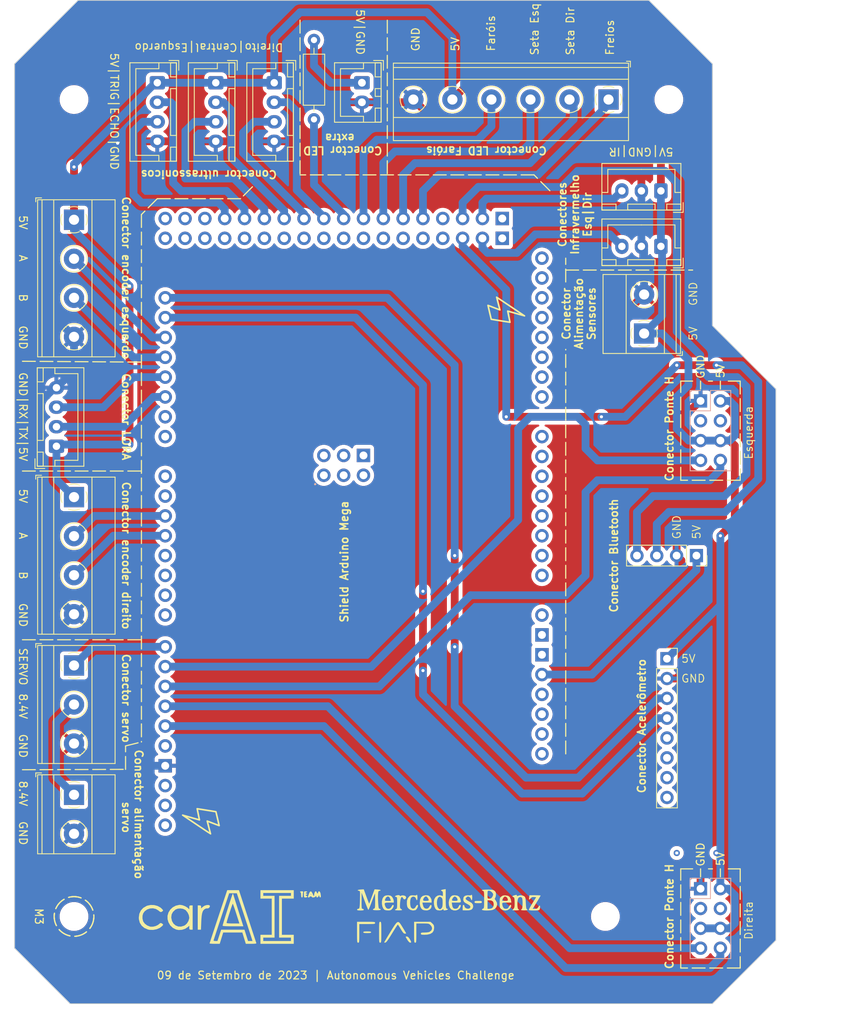
<source format=kicad_pcb>
(kicad_pcb (version 20221018) (generator pcbnew)
  (title_block (title "Shield Arduino Mega") (date "2023-09-07") (rev "2023-09-08"))
  (layers (0 "F.Cu" signal) (31 "B.Cu" signal) (34 "B.Paste" user) (35 "F.Paste" user) (36 "B.SilkS" user "B.Silkscreen") (37 "F.SilkS" user "F.Silkscreen") (38 "B.Mask" user) (39 "F.Mask" user) (44 "Edge.Cuts" user))
  (net 0 "")
  (net 2 "5V_Ard")
  (net 27 "ECHO_1")
  (net 28 "TRIG_1")
  (net 29 "Servo")
  (net 30 "ME2")
  (net 31 "ME1")
  (net 32 "MD2")
  (net 33 "MD1")
  (net 37 "LORA_TX")
  (net 38 "LORA_RX")
  (net 39 "A_SDA")
  (net 40 "A_SCL")
  (net 42 "ECHO_2")
  (net 43 "TRIG_2")
  (net 44 "ECHO_3")
  (net 45 "TRIG_3")
  (net 52 "Earth")
  (net 67 "5V_Sen")
  (net 68 "HC6_1")
  (net 69 "HC6_2")
  (net 70 "IR1")
  (net 71 "IR2")
  (net 72 "LED_Farois")
  (net 73 "LED_Seta_Esq")
  (net 74 "LED_Seta_Dir")
  (net 75 "LED_Freios")
  (net 76 "LED_Extra")
  (net 77 "ENCODER_Dir_1")
  (net 78 "ENCODER_Dir_2")
  (net 79 "ENCODER_Esq_1")
  (net 80 "ENCODER_Esq_2")
  (net 81 "8.4V_Ser")
  (net 84 "Net-(J17-Pin_1)")
  (footprint "TerminalBlock_Phoenix:TerminalBlock_Phoenix_MKDS-1,5-4_1x04_P5.00mm_Horizontal" (layer "F.Cu") (at 120.396 58.58 -90)
    (fp_text reference "J6" hide)
    (fp_text value "ENCO_SW_Esq")
  )
  (footprint "TerminalBlock_Phoenix:TerminalBlock_Phoenix_MKDS-1,5-4_1x04_P5.00mm_Horizontal" (layer "F.Cu") (at 120.396 94.11 -90)
    (fp_text reference "J7" hide)
    (fp_text value "ENCO_SW_Dir")
  )
  (footprint "Connector_JST:JST_XH_B3B-XH-A_1x03_P2.50mm_Vertical" (layer "F.Cu") (at 195.58 54.881 180)
    (fp_text reference "J15" hide)
    (fp_text value "Conector IR direito")
  )
  (footprint "LOGO" (layer "F.Cu") (at 175.768 70.104 90)
    (fp_text reference "G***" hide)
    (fp_text value "LOGO" hide)
  )
  (footprint "Connector_PinSocket_2.54mm:PinSocket_1x08_P2.54mm_Vertical" (layer "F.Cu") (at 196.357 114.808)
    (fp_text reference "J9" hide)
    (fp_text value "Conector Acelerometro")
  )
  (footprint "Resistor_THT:R_Axial_DIN0207_L6.3mm_D2.5mm_P10.16mm_Horizontal" (layer "F.Cu") (at 151.137654 35.56 -90)
    (fp_text reference "R1" hide)
    (fp_text value "R")
  )
  (footprint "LOGO" (layer "F.Cu") (at 162.658934 147.787268)
    (fp_text reference "G***" hide)
    (fp_text value "LOGO" hide)
  )
  (footprint "TerminalBlock_Phoenix:TerminalBlock_Phoenix_MKDS-1,5-2_1x02_P5.00mm_Horizontal" (layer "F.Cu") (at 193.43 73.152 90)
    (fp_text reference "J5" hide)
    (fp_text value "Conector alimentacao sensores")
  )
  (footprint "TerminalBlock_Phoenix:TerminalBlock_Phoenix_MKDS-1,5-6_1x06_P5.00mm_Horizontal" (layer "F.Cu") (at 188.87009 43.18 180)
    (fp_text reference "J16" hide)
    (fp_text value "Conector LED Faróis")
  )
  (footprint "Connector_JST:JST_XH_B4B-XH-A_1x04_P2.50mm_Vertical" (layer "F.Cu") (at 131.064 41.03 -90)
    (fp_text reference "J11" hide)
    (fp_text value "Conector ultrassonico esquerdo")
  )
  (footprint "MountingHole:MountingHole_3.2mm_M3" (layer "F.Cu") (at 120.396 147.828)
    (fp_text reference "REF**" hide)
    (fp_text value "MountingHole_3.2mm_M3")
  )
  (footprint "Connector_PinSocket_2.54mm:PinSocket_1x04_P2.54mm_Vertical" (layer "F.Cu") (at 200.132 101.6 -90)
    (fp_text reference "J8" hide)
    (fp_text value "Conector bluetooth")
  )
  (footprint "Connector_JST:JST_XH_B3B-XH-A_1x03_P2.50mm_Vertical" (layer "F.Cu") (at 195.58 61.993 180)
    (fp_text reference "J14" hide)
    (fp_text value "Conector IR esquerdo")
  )
  (footprint "PCM_arduino-library:Arduino_Mega2560_R3_Shield_No_Holes" (layer "F.Cu") (at 182.88 154.94 90)
    (fp_text reference "XA1" hide)
    (fp_text value "Arduino_Mega2560_Shield_Mod")
  )
  (footprint "MountingHole:MountingHole_3.2mm_M3" (layer "F.Cu") (at 196.596 43.18)
    (fp_text reference "REF**" hide)
    (fp_text value "MountingHole_3.2mm_M3")
  )
  (footprint "Connector_JST:JST_XH_B4B-XH-A_1x04_P2.50mm_Vertical" (layer "F.Cu") (at 146.046436 41.03 -90)
    (fp_text reference "J13" hide)
    (fp_text value "Conector ultrassonico direito")
  )
  (footprint "TerminalBlock_Phoenix:TerminalBlock_Phoenix_MKDS-1,5-2_1x02_P5.00mm_Horizontal" (layer "F.Cu") (at 120.396 132.24 -90)
    (fp_text reference "J4" hide)
    (fp_text value "Conector alimentacao servo")
  )
  (footprint "TerminalBlock_Phoenix:TerminalBlock_Phoenix_MKDS-1,5-3_1x03_P5.00mm_Horizontal" (layer "F.Cu") (at 120.396 115.675 -90)
    (fp_text reference "J3" hide)
    (fp_text value "Conector servo")
  )
  (footprint "Connector_JST:JST_XH_B2B-XH-A_1x02_P2.50mm_Vertical" (layer "F.Cu") (at 157.278872 41.03 -90)
    (fp_text reference "J17" hide)
    (fp_text value "Conector LED Extra")
  )
  (footprint "LOGO" (layer "F.Cu") (at 136.652 135.636 -90)
    (fp_text reference "G***" hide)
    (fp_text value "LOGO" hide)
  )
  (footprint "MountingHole:MountingHole_3.2mm_M3" (layer "F.Cu") (at 120.396 43.18)
    (fp_text reference "REF**" hide)
    (fp_text value "MountingHole_3.2mm_M3")
  )
  (footprint "Connector_JST:JST_XH_B4B-XH-A_1x04_P2.50mm_Vertical" (layer "F.Cu") (at 138.555218 41.03 -90)
    (fp_text reference "J12" hide)
    (fp_text value "Conector ultrassonico central")
  )
  (footprint "Connector_JST:JST_XH_B4B-XH-A_1x04_P2.50mm_Vertical" (layer "F.Cu") (at 118.146 87.595 90)
    (fp_text reference "J10" hide)
    (fp_text value "Conector LORA")
  )
  (footprint "MountingHole:MountingHole_3.2mm_M3" (layer "F.Cu") (at 188.468 147.828)
    (fp_text reference "REF**" hide)
    (fp_text value "MountingHole_3.2mm_M3")
  )
  (footprint "Connector_PinSocket_2.54mm:PinSocket_2x04_P2.54mm_Vertical" (layer "B.Cu") (at 200.66 81.788 180)
    (fp_text reference "J1" hide)
    (fp_text value "Conector motor esquerdo")
  )
  (footprint "Connector_PinSocket_2.54mm:PinSocket_2x04_P2.54mm_Vertical" (layer "B.Cu") (at 200.66 144.272 180)
    (fp_text reference "J2" hide)
    (fp_text value "Conector motor direito")
  )
  (gr_line (start 149.352 33.02) (end 149.352 52.832) (stroke (width 0.15) (type dash)) (layer "F.SilkS"))
  (gr_line (start 183.388 65.024) (end 199.644 65.024) (stroke (width 0.15) (type dash)) (layer "F.SilkS"))
  (gr_line (start 160.528 33.02) (end 160.528 52.832) (stroke (width 0.15) (type dash)) (layer "F.SilkS"))
  (gr_line (start 131.064 55.88) (end 129.032 57.912) (stroke (width 0.15) (type dash)) (layer "F.SilkS"))
  (gr_line (start 181.356 54.864) (end 179.324 52.832) (stroke (width 0.15) (type dash)) (layer "F.SilkS"))
  (gr_line (start 205.74 154.432) (end 198.12 154.432) (stroke (width 0.15) (type dash)) (layer "F.SilkS"))
  (gr_line (start 198.12 141.732) (end 199.644 141.732) (stroke (width 0.15) (type dash)) (layer "F.SilkS"))
  (gr_line (start 203.2 141.732) (end 203.2 142.748) (stroke (width 0.15)) (layer "F.SilkS"))
  (gr_line (start 113.792 129.032) (end 127 128.984928) (stroke (width 0.15) (type dash)) (layer "F.SilkS"))
  (gr_line (start 198.12 91.948) (end 198.12 79.248) (stroke (width 0.15) (type dash)) (layer "F.SilkS"))
  (gr_line (start 113.792 76.708) (end 129.041784 76.816528) (stroke (width 0.15) (type dash)) (layer "F.SilkS"))
  (gr_line (start 201.676 79.248) (end 202.184 79.248) (stroke (width 0.15)) (layer "F.SilkS"))
  (gr_line (start 205.74 141.732) (end 205.74 154.432) (stroke (width 0.15) (type dash)) (layer "F.SilkS"))
  (gr_line (start 205.74 91.948) (end 198.12 91.948) (stroke (width 0.15) (type dash)) (layer "F.SilkS"))
  (gr_circle (center 120.396 147.828) (end 122.936 147.828) (stroke (width 0.15) (type dash)) (fill none) (layer "F.SilkS"))
  (gr_line (start 183.388 127) (end 183.388 75.184) (stroke (width 0.15) (type dash)) (layer "F.SilkS"))
  (gr_line (start 200.66 141.732) (end 200.66 142.748) (stroke (width 0.15)) (layer "F.SilkS"))
  (gr_line (start 141.732 55.88) (end 131.064 55.88) (stroke (width 0.15) (type dash)) (layer "F.SilkS"))
  (gr_line (start 113.792 90.769206) (end 129.057748 90.769206) (stroke (width 0.15) (type dash)) (layer "F.SilkS"))
  (gr_line (start 198.12 154.432) (end 198.12 141.732) (stroke (width 0.15) (type dash)) (layer "F.SilkS"))
  (gr_line (start 204.216 79.248) (end 205.74 79.248) (stroke (width 0.15) (type dash)) (layer "F.SilkS"))
  (gr_line (start 179.324 52.832) (end 149.352 52.832) (stroke (width 0.15) (type dash)) (layer "F.SilkS"))
  (gr_line (start 200.66 79.248) (end 200.66 80.264) (stroke (width 0.15)) (layer "F.SilkS"))
  (gr_line (start 127 128.984928) (end 127 125.984) (stroke (width 0.15) (type dash)) (layer "F.SilkS"))
  (gr_line (start 201.676 141.732) (end 202.184 141.732) (stroke (width 0.15)) (layer "F.SilkS"))
  (gr_line (start 113.792 112.380013) (end 129.098446 112.380013) (stroke (width 0.15) (type dash)) (layer "F.SilkS"))
  (gr_line (start 198.12 79.248) (end 199.644 79.248) (stroke (width 0.15) (type dash)) (layer "F.SilkS"))
  (gr_line (start 183.388 66.548) (end 183.388 63.5) (stroke (width 0.15) (type dash)) (layer "F.SilkS"))
  (gr_line (start 205.74 79.248) (end 205.74 91.948) (stroke (width 0.15) (type dash)) (layer "F.SilkS"))
  (gr_line (start 143.256 54.356) (end 141.732 55.88) (stroke (width 0.15) (type dash)) (layer "F.SilkS"))
  (gr_line (start 127 125.984) (end 129.032 125.476) (stroke (width 0.15) (type dash)) (layer "F.SilkS"))
  (gr_line (start 203.2 79.248) (end 203.2 80.264) (stroke (width 0.15)) (layer "F.SilkS"))
  (gr_line (start 129.032 57.912) (end 129.032 125.476) (stroke (width 0.15) (type dash)) (layer "F.SilkS"))
  (gr_line (start 204.216 141.732) (end 205.74 141.732) (stroke (width 0.15) (type dash)) (layer "F.SilkS"))
  (gr_line (start 210.312 150.876) (end 202.184 159.004) (stroke (width 0.1)) (layer "Edge.Cuts"))
  (gr_line (start 120.904 30.48) (end 194.056 30.48) (stroke (width 0.1)) (layer "Edge.Cuts"))
  (gr_line (start 210.312 80.264) (end 202.184 72.136) (stroke (width 0.1)) (layer "Edge.Cuts"))
  (gr_line (start 119.888 159.004) (end 112.776 151.892) (stroke (width 0.1)) (layer "Edge.Cuts"))
  (gr_line (start 112.776 38.608) (end 120.904 30.48) (stroke (width 0.1)) (layer "Edge.Cuts"))
  (gr_line (start 112.776 151.892) (end 112.776 38.608) (stroke (width 0.1)) (layer "Edge.Cuts"))
  (gr_line (start 202.184 38.608) (end 202.184 72.136) (stroke (width 0.1)) (layer "Edge.Cuts"))
  (gr_line (start 210.312 80.264) (end 210.312 150.876) (stroke (width 0.1)) (layer "Edge.Cuts"))
  (gr_line (start 202.184 159.004) (end 119.888 159.004) (stroke (width 0.1)) (layer "Edge.Cuts"))
  (gr_line (start 202.184 38.608) (end 194.056 30.48) (stroke (width 0.1)) (layer "Edge.Cuts"))
  (gr_text "5V" (at 199.136 73.152 90) (layer "F.SilkS") (effects (font (size 1 1) (thickness 0.125)) (justify top)))
  (gr_text "GND" (at 200.66 79.024435 90) (layer "F.SilkS") (effects (font (size 1 1)) (justify left)))
  (gr_text "5V|TRIG|ECHO|GND" (at 124.968 44.704 270) (layer "F.SilkS") (effects (font (size 1 1)) (justify bottom)))
  (gr_text "Shield Arduino Mega" (at 154.432 94.488 90) (layer "F.SilkS") (effects (font (size 1 1) (thickness 0.2) bold) (justify right top)))
  (gr_text "Conector Acelerômetro" (at 192.532 123.444 90) (layer "F.SilkS") (effects (font (size 1 1) (thickness 0.2) bold) (justify top)))
  (gr_text "SERVO" (at 113.284 115.824 270) (layer "F.SilkS") (effects (font (size 1 1)) (justify bottom)))
  (gr_text "GND|RX|TX|5V" (at 113.284 83.82 270) (layer "F.SilkS") (effects (font (size 1 1)) (justify bottom)))
  (gr_text "GND" (at 113.284 73.66 270) (layer "F.SilkS") (effects (font (size 1 1)) (justify bottom)))
  (gr_text "Conector encoder direito" (at 126.492 101.6 270) (layer "F.SilkS") (effects (font (size 1 1) (thickness 0.2) bold) (justify bottom)))
  (gr_text "Conector LORA" (at 126.492 83.82 270) (layer "F.SilkS") (effects (font (size 1 1) (thickness 0.2) bold) (justify bottom)))
  (gr_text "A" (at 113.284 63.5 270) (layer "F.SilkS") (effects (font (size 1 1)) (justify bottom)))
  (gr_text "5V" (at 203.21761 78.960121 90) (layer "F.SilkS") (effects (font (size 1 1)) (justify left)))
  (gr_text "5V|GND|IR" (at 193.04 49.276 180) (layer "F.SilkS") (effects (font (size 1 1)) (justify bottom)))
  (gr_text "Conector LED Faróis" (at 173.228 50.292 180) (layer "F.SilkS") (effects (font (size 1 1) (thickness 0.2) bold) (justify top)))
  (gr_text "Conector Bluetooth" (at 188.976 101.6 90) (layer "F.SilkS") (effects (font (size 1 1) (thickness 0.2) bold) (justify top)))
  (gr_text "Freios" (at 188.468 37.592 90) (layer "F.SilkS") (effects (font (size 1 1)) (justify left top)))
  (gr_text "Conector Ponte H" (at 196.088 147.828 90) (layer "F.SilkS") (effects (font (size 1 1) (thickness 0.2) bold) (justify top)))
  (gr_text "GND" (at 199.136 68.072 90) (layer "F.SilkS") (effects (font (size 1 1) (thickness 0.125)) (justify top)))
  (gr_text "5V|GND" (at 156.464 34.544 270) (layer "F.SilkS") (effects (font (size 1 1)) (justify bottom)))
  (gr_text "Direito|Central|Esquerdo" (at 137.668 37.084 180) (layer "F.SilkS") (effects (font (size 1 1)) (justify top)))
  (gr_text "GND" (at 113.284 125.984 270) (layer "F.SilkS") (effects (font (size 1 1)) (justify bottom)))
  (gr_text "GND" (at 200.66 141.508435 90) (layer "F.SilkS") (effects (font (size 1 1)) (justify left)))
  (gr_text "GND" (at 197.612 99.568 90) (layer "F.SilkS") (effects (font (size 1 1) (thickness 0.125)) (justify left)))
  (gr_text "Direita" (at 206.248 148.336 90) (layer "F.SilkS") (effects (font (size 1 1) (thickness 0.125)) (justify top)))
  (gr_text "Conector servo" (at 126.492 119.888 270) (layer "F.SilkS") (effects (font (size 1 1) (thickness 0.2) bold) (justify bottom)))
  (gr_text "5V" (at 200.152 99.568 90) (layer "F.SilkS") (effects (font (size 1 1) (thickness 0.125)) (justify left)))
  (gr_text "Esquerda" (at 206.248 85.852 90) (layer "F.SilkS") (effects (font (size 1 1) (thickness 0.125)) (justify top)))
  (gr_text "GND" (at 163.576 37.084 90) (layer "F.SilkS") (effects (font (size 1 1)) (justify left top)))
  (gr_text "5V" (at 198.12 114.808) (layer "F.SilkS") (effects (font (size 1 1) (thickness 0.125)) (justify left)))
  (gr_text "8.4V" (at 113.284 120.904 270) (layer "F.SilkS") (effects (font (size 1 1)) (justify bottom)))
  (gr_text "5V" (at 113.284 93.98 270) (layer "F.SilkS") (effects (font (size 1 1)) (justify bottom)))
  (gr_text "Conector encoder esquerdo" (at 126.492 66.04 270) (layer "F.SilkS") (effects (font (size 1 1) (thickness 0.2) bold) (justify bottom)))
  (gr_text "B" (at 113.284 104.14 270) (layer "F.SilkS") (effects (font (size 1 1)) (justify bottom)))
  (gr_text "Conector alimentação \nservo" (at 126.492 135.128 270) (layer "F.SilkS") (effects (font (size 1 1) (thickness 0.2) bold) (justify bottom)))
  (gr_text "09 de Setembro de 2023 | Autonomous Vehicles Challenge" (at 153.924 155.956) (layer "F.SilkS") (effects (font (size 1 1)) (justify bottom)))
  (gr_text "M3" (at 115.316 147.828 -90) (layer "F.SilkS") (effects (font (size 1 1)) (justify bottom)))
  (gr_text "Conectores\nInfravermelho\nEsq|Dir" (at 182.372 57.912 90) (layer "F.SilkS") (effects (font (size 1 1) (thickness 0.2) bold) (justify top)))
  (gr_text "5V" (at 203.21761 141.444121 90) (layer "F.SilkS") (effects (font (size 1 1)) (justify left)))
  (gr_text "Faróis" (at 173.228 37.084 90) (layer "F.SilkS") (effects (font (size 1 1)) (justify left top)))
  (gr_text "5V" (at 168.656 37.084 90) (layer "F.SilkS") (effects (font (size 1 1)) (justify left top)))
  (gr_text "Conector LED \nextra" (at 154.432 50.292 180) (layer "F.SilkS") (effects (font (size 1 1) (thickness 0.2) bold) (justify top)))
  (gr_text "Conector ultrassonicos" (at 137.668 53.34 180) (layer "F.SilkS") (effects (font (size 1 1) (thickness 0.2) bold) (justify top)))
  (gr_text "8.4V" (at 113.284 132.08 270) (layer "F.SilkS") (effects (font (size 1 1)) (justify bottom)))
  (gr_text "GND" (at 198.12 117.348) (layer "F.SilkS") (effects (font (size 1 1) (thickness 0.125)) (justify left)))
  (gr_text "B" (at 113.284 68.58 270) (layer "F.SilkS") (effects (font (size 1 1)) (justify bottom)))
  (gr_text "Seta Esq" (at 178.816 37.592 90) (layer "F.SilkS") (effects (font (size 1 1)) (justify left top)))
  (gr_text "5V" (at 113.284 58.928 270) (layer "F.SilkS") (effects (font (size 1 1)) (justify bottom)))
  (gr_text "A" (at 113.284 99.06 270) (layer "F.SilkS") (effects (font (size 1 1)) (justify bottom)))
  (gr_text "GND" (at 113.284 137.16 270) (layer "F.SilkS") (effects (font (size 1 1)) (justify bottom)))
  (gr_text "Conector Ponte H" (at 196.088 85.344 90) (layer "F.SilkS") (effects (font (size 1 1) (thickness 0.2) bold) (justify top)))
  (gr_text "Conector\nAlimentação\nSensores" (at 182.88 70.612 90) (layer "F.SilkS") (effects (font (size 1 1) (thickness 0.2) bold) (justify top)))
  (gr_text "Seta Dir" (at 183.388 37.592 90) (layer "F.SilkS") (effects (font (size 1 1)) (justify left top)))
  (gr_text "GND" (at 113.284 109.22 270) (layer "F.SilkS") (effects (font (size 1 1)) (justify bottom)))
  (segment (start 200.132 103.45) (end 186.742 116.84) (width 1) (layer "B.Cu") (net 2))
  (segment (start 186.742 116.84) (end 180.34 116.84) (width 1) (layer "B.Cu") (net 2))
  (segment (start 200.132 101.6) (end 200.132 103.45) (width 1) (layer "B.Cu") (net 2))
  (segment (start 139.7 57.198686) (end 138.889314 56.388) (width 1) (layer "B.Cu") (net 27))
  (segment (start 139.7 58.42) (end 139.7 57.198686) (width 1) (layer "B.Cu") (net 27))
  (segment (start 129.23 46.03) (end 131.064 46.03) (width 1) (layer "B.Cu") (net 27))
  (segment (start 129.032 56.388) (end 128.016 55.372) (width 1) (layer "B.Cu") (net 27))
  (segment (start 128.016 55.372) (end 128.016 47.244) (width 1) (layer "B.Cu") (net 27))
  (segment (start 128.016 47.244) (end 129.23 46.03) (width 1) (layer "B.Cu") (net 27))
  (segment (start 138.889314 56.388) (end 129.032 56.388) (width 1) (layer "B.Cu") (net 27))
  (segment (start 142.24 57.198686) (end 142.24 58.42) (width 1) (layer "B.Cu") (net 28))
  (segment (start 139.929314 54.888) (end 142.24 57.198686) (width 1) (layer "B.Cu") (net 28))
  (segment (start 134.136 54.888) (end 139.929314 54.888) (width 1) (layer "B.Cu") (net 28))
  (segment (start 133.096 43.837) (end 133.096 53.848) (width 1) (layer "B.Cu") (net 28))
  (segment (start 133.096 53.848) (end 134.136 54.888) (width 1) (layer "B.Cu") (net 28))
  (segment (start 131.064 43.53) (end 132.789 43.53) (width 1) (layer "B.Cu") (net 28))
  (segment (start 132.789 43.53) (end 133.096 43.837) (width 1) (layer "B.Cu") (net 28))
  (segment (start 122.787 113.284) (end 132.08 113.284) (width 1) (layer "B.Cu") (net 29))
  (segment (start 120.396 115.675) (end 122.787 113.284) (width 1) (layer "B.Cu") (net 29))
  (segment (start 187.452 89.408) (end 185.928 87.884) (width 1) (layer "B.Cu") (net 30))
  (segment (start 177.292 85.344) (end 177.292 97.028) (width 1) (layer "B.Cu") (net 30))
  (segment (start 178.816 83.82) (end 177.292 85.344) (width 1) (layer "B.Cu") (net 30))
  (segment (start 177.292 97.028) (end 158.496 115.824) (width 1) (layer "B.Cu") (net 30))
  (segment (start 200.66 89.408) (end 187.452 89.408) (width 1) (layer "B.Cu") (net 30))
  (segment (start 158.496 115.824) (end 132.08 115.824) (width 1) (layer "B.Cu") (net 30))
  (segment (start 184.912 83.82) (end 178.816 83.82) (width 1) (layer "B.Cu") (net 30))
  (segment (start 185.928 87.884) (end 185.928 84.836) (width 1) (layer "B.Cu") (net 30))
  (segment (start 185.928 84.836) (end 184.912 83.82) (width 1) (layer "B.Cu") (net 30))
  (segment (start 203.2 89.408) (end 203.2 90.610081) (width 1) (layer "B.Cu") (net 31))
  (segment (start 201.862081 91.948) (end 187.452 91.948) (width 1) (layer "B.Cu") (net 31))
  (segment (start 185.928 93.472) (end 185.928 104.14) (width 1) (layer "B.Cu") (net 31))
  (segment (start 183.388 106.68) (end 171.196 106.68) (width 1) (layer "B.Cu") (net 31))
  (segment (start 203.2 90.610081) (end 201.862081 91.948) (width 1) (layer "B.Cu") (net 31))
  (segment (start 171.196 106.68) (end 159.512 118.364) (width 1) (layer "B.Cu") (net 31))
  (segment (start 187.452 91.948) (end 185.928 93.472) (width 1) (layer "B.Cu") (net 31))
  (segment (start 185.928 104.14) (end 183.388 106.68) (width 1) (layer "B.Cu") (net 31))
  (segment (start 159.512 118.364) (end 132.08 118.364) (width 1) (layer "B.Cu") (net 31))
  (segment (start 200.66 151.892) (end 183.896 151.892) (width 1) (layer "B.Cu") (net 32))
  (segment (start 183.896 151.892) (end 152.908 120.904) (width 1) (layer "B.Cu") (net 32))
  (segment (start 152.908 120.904) (end 132.08 120.904) (width 1) (layer "B.Cu") (net 32))
  (segment (start 201.862081 154.432) (end 203.2 153.094081) (width 1) (layer "B.Cu") (net 33))
  (segment (start 152.4 123.444) (end 183.388 154.432) (width 1) (layer "B.Cu") (net 33))
  (segment (start 183.388 154.432) (end 201.862081 154.432) (width 1) (layer "B.Cu") (net 33))
  (segment (start 203.2 153.094081) (end 203.2 151.892) (width 1) (layer "B.Cu") (net 33))
  (segment (start 132.08 123.444) (end 152.4 123.444) (width 1) (layer "B.Cu") (net 33))
  (segment (start 130.556 81.28) (end 132.08 81.28) (width 1) (layer "B.Cu") (net 37))
  (segment (start 126.741 85.095) (end 130.556 81.28) (width 1) (layer "B.Cu") (net 37))
  (segment (start 118.146 85.095) (end 126.741 85.095) (width 1) (layer "B.Cu") (net 37))
  (segment (start 128.016 78.74) (end 132.08 78.74) (width 1) (layer "B.Cu") (net 38))
  (segment (start 118.146 82.595) (end 124.161 82.595) (width 1) (layer "B.Cu") (net 38))
  (segment (start 124.161 82.595) (end 128.016 78.74) (width 1) (layer "B.Cu") (net 38))
  (segment (start 165.1 116.332) (end 165.1 106.172) (width 1) (layer "F.Cu") (net 39))
  (via (at 165.1 106.172) (size 0.8) (drill 0.4) (layers "F.Cu" "B.Cu") (net 39))
  (via (at 165.1 116.332) (size 0.8) (drill 0.4) (layers "F.Cu" "B.Cu") (net 39))
  (segment (start 177.8 132.08) (end 185.502919 132.08) (width 1) (layer "B.Cu") (net 39))
  (segment (start 165.1 106.172) (end 165.1 79.756) (width 1) (layer "B.Cu") (net 39))
  (segment (start 195.154919 122.428) (end 196.357 122.428) (width 1) (layer "B.Cu") (net 39))
  (segment (start 165.1 119.38) (end 177.8 132.08) (width 1) (layer "B.Cu") (net 39))
  (segment (start 165.1 116.332) (end 165.1 119.38) (width 1) (layer "B.Cu") (net 39))
  (segment (start 165.1 79.756) (end 156.464 71.12) (width 1) (layer "B.Cu") (net 39))
  (segment (start 156.464 71.12) (end 132.08 71.12) (width 1) (layer "B.Cu") (net 39))
  (segment (start 185.502919 132.08) (end 195.154919 122.428) (width 1) (layer "B.Cu") (net 39))
  (segment (start 169.164 113.284) (end 169.164 101.6) (width 1) (layer "F.Cu") (net 40))
  (via (at 169.164 101.6) (size 0.8) (drill 0.4) (layers "F.Cu" "B.Cu") (net 40))
  (via (at 169.164 113.284) (size 0.8) (drill 0.4) (layers "F.Cu" "B.Cu") (net 40))
  (segment (start 196.357 119.888) (end 195.154919 119.888) (width 1) (layer "B.Cu") (net 40))
  (segment (start 195.154919 119.888) (end 184.994919 130.048) (width 1) (layer "B.Cu") (net 40))
  (segment (start 178.308 130.048) (end 169.164 120.904) (width 1) (layer "B.Cu") (net 40))
  (segment (start 169.164 77.216) (end 160.528 68.58) (width 1) (layer "B.Cu") (net 40))
  (segment (start 184.994919 130.048) (end 178.308 130.048) (width 1) (layer "B.Cu") (net 40))
  (segment (start 169.164 120.904) (end 169.164 113.284) (width 1) (layer "B.Cu") (net 40))
  (segment (start 169.164 101.6) (end 169.164 77.216) (width 1) (layer "B.Cu") (net 40))
  (segment (start 160.528 68.58) (end 132.08 68.58) (width 1) (layer "B.Cu") (net 40))
  (segment (start 144.78 57.198686) (end 140.876654 53.29534) (width 1) (layer "B.Cu") (net 42))
  (segment (start 144.78 58.42) (end 144.78 57.198686) (width 1) (layer "B.Cu") (net 42))
  (segment (start 135.834 46.03) (end 138.555218 46.03) (width 1) (layer "B.Cu") (net 42))
  (segment (start 134.66466 47.19934) (end 135.834 46.03) (width 1) (layer "B.Cu") (net 42))
  (segment (start 134.66466 53.29534) (end 134.66466 47.19934) (width 1) (layer "B.Cu") (net 42))
  (segment (start 140.876654 53.29534) (end 134.66466 53.29534) (width 1) (layer "B.Cu") (net 42))
  (segment (start 147.32 57.404) (end 147.32 58.42) (width 1) (layer "B.Cu") (net 43))
  (segment (start 140.530218 50.614218) (end 147.32 57.404) (width 1) (layer "B.Cu") (net 43))
  (segment (start 138.555218 43.53) (end 139.542 43.53) (width 1) (layer "B.Cu") (net 43))
  (segment (start 139.542 43.53) (end 140.530218 44.518218) (width 1) (layer "B.Cu") (net 43))
  (segment (start 140.530218 44.518218) (end 140.530218 50.614218) (width 1) (layer "B.Cu") (net 43))
  (segment (start 142.056878 50.019558) (end 149.86 57.82268) (width 1) (layer "B.Cu") (net 44))
  (segment (start 142.056878 47.427122) (end 142.056878 50.019558) (width 1) (layer "B.Cu") (net 44))
  (segment (start 143.454 46.03) (end 142.056878 47.427122) (width 1) (layer "B.Cu") (net 44))
  (segment (start 146.046436 46.03) (end 143.454 46.03) (width 1) (layer "B.Cu") (net 44))
  (segment (start 149.86 57.82268) (end 149.86 58.42) (width 1) (layer "B.Cu") (net 44))
  (segment (start 148.93332 44.691884) (end 148.93332 54.77468) (width 1) (layer "B.Cu") (net 45))
  (segment (start 152.4 58.24136) (end 152.4 58.42) (width 1) (layer "B.Cu") (net 45))
  (segment (start 148.93332 54.77468) (end 152.4 58.24136) (width 1) (layer "B.Cu") (net 45))
  (segment (start 146.046436 43.53) (end 147.771436 43.53) (width 1) (layer "B.Cu") (net 45))
  (segment (start 147.771436 43.53) (end 148.93332 44.691884) (width 1) (layer "B.Cu") (net 45))
  (segment (start 187.168 47.244) (end 167.93409 47.244) (width 1) (layer "F.Cu") (net 52))
  (segment (start 198.207 116.700081) (end 197.559081 117.348) (width 1) (layer "F.Cu") (net 52))
  (segment (start 189.484 72.098) (end 193.43 68.152) (width 1) (layer "F.Cu") (net 52))
  (segment (start 198.207 102.215) (end 198.207 116.700081) (width 1) (layer "F.Cu") (net 52))
  (segment (start 125.984 48.768) (end 126.222 48.53) (width 1) (layer "F.Cu") (net 52))
  (segment (start 200.583704 81.788) (end 197.592 84.779704) (width 1) (layer "F.Cu") (net 52))
  (segment (start 198.207 116.700081) (end 200.66 119.153081) (width 1) (layer "F.Cu") (net 52))
  (segment (start 147.558 48.53) (end 148.844 47.244) (width 1) (layer "F.Cu") (net 52))
  (segment (start 126.222 48.53) (end 146.046436 48.53) (width 1) (layer "F.Cu") (net 52))
  (segment (start 157.278872 43.53) (end 163.52009 43.53) (width 1) (layer "F.Cu") (net 52))
  (segment (start 148.844 47.244) (end 148.844 44.704) (width 1) (layer "F.Cu") (net 52))
  (segment (start 163.52009 43.53) (end 163.87009 43.18) (width 1) (layer "F.Cu") (net 52))
  (segment (start 193.08 53.156) (end 187.168 47.244) (width 1) (layer "F.Cu") (net 52))
  (segment (start 197.559081 117.348) (end 196.357 117.348) (width 1) (layer "F.Cu") (net 52))
  (segment (start 197.592 84.779704) (end 189.484 76.671704) (width 1) (layer "F.Cu") (net 52))
  (segment (start 197.592 84.779704) (end 197.592 101.6) (width 1) (layer "F.Cu") (net 52))
  (segment (start 200.66 119.153081) (end 200.66 144.272) (width 1) (layer "F.Cu") (net 52))
  (segment (start 193.08 54.881) (end 193.08 53.156) (width 1) (layer "F.Cu") (net 52))
  (segment (start 200.66 81.788) (end 200.583704 81.788) (width 1) (layer "F.Cu") (net 52))
  (segment (start 197.592 101.6) (end 198.207 102.215) (width 1) (layer "F.Cu") (net 52))
  (segment (start 189.484 76.671704) (end 189.484 72.098) (width 1) (layer "F.Cu") (net 52))
  (segment (start 146.046436 48.53) (end 147.558 48.53) (width 1) (layer "F.Cu") (net 52))
  (segment (start 150.018 43.53) (end 157.278872 43.53) (width 1) (layer "F.Cu") (net 52))
  (segment (start 167.93409 47.244) (end 163.87009 43.18) (width 1) (layer "F.Cu") (net 52))
  (segment (start 148.844 44.704) (end 150.018 43.53) (width 1) (layer "F.Cu") (net 52))
  (via (at 125.984 48.768) (size 0.8) (drill 0.4) (layers "F.Cu" "B.Cu") (net 52))
  (segment (start 120.396 137.24) (end 123.245 134.391) (width 1) (layer "B.Cu") (net 52))
  (segment (start 120.396 73.58) (end 118.096 71.28) (width 1) (layer "B.Cu") (net 52))
  (segment (start 120.396 109.11) (end 116.171 104.885) (width 1) (layer "B.Cu") (net 52))
  (segment (start 118.096 71.28) (end 118.096 56.896) (width 1) (layer "B.Cu") (net 52))
  (segment (start 193.43 68.152) (end 193.43 62.343) (width 1) (layer "B.Cu") (net 52))
  (segment (start 116.596 112.91) (end 116.596 133.44) (width 1) (layer "B.Cu") (net 52))
  (segment (start 120.396 109.11) (end 116.596 112.91) (width 1) (layer "B.Cu") (net 52))
  (segment (start 123.245 128.524) (end 132.08 128.524) (width 1) (layer "B.Cu") (net 52))
  (segment (start 123.245 134.391) (end 123.245 128.524) (width 1) (layer "B.Cu") (net 52))
  (segment (start 120.396 73.58) (end 120.396 77.845) (width 1) (layer "B.Cu") (net 52))
  (segment (start 193.08 61.993) (end 193.08 54.881) (width 1) (layer "B.Cu") (net 52))
  (segment (start 118.472 56.28) (end 125.984 48.768) (width 1) (layer "B.Cu") (net 52))
  (segment (start 118.096 56.896) (end 118.096 56.28) (width 1) (layer "B.Cu") (net 52))
  (segment (start 117.904705 80.095) (end 118.146 80.095) (width 1) (layer "B.Cu") (net 52))
  (segment (start 116.596 133.44) (end 120.396 137.24) (width 1) (layer "B.Cu") (net 52))
  (segment (start 116.171 104.885) (end 116.171 81.828705) (width 1) (layer "B.Cu") (net 52))
  (segment (start 193.43 62.343) (end 193.08 61.993) (width 1) (layer "B.Cu") (net 52))
  (segment (start 120.396 125.675) (end 123.245 128.524) (width 1) (layer "B.Cu") (net 52))
  (segment (start 116.171 81.828705) (end 117.904705 80.095) (width 1) (layer "B.Cu") (net 52))
  (segment (start 120.396 77.845) (end 118.146 80.095) (width 1) (layer "B.Cu") (net 52))
  (segment (start 118.096 56.28) (end 118.472 56.28) (width 1) (layer "B.Cu") (net 52))
  (segment (start 205.05 97.21) (end 205.05 87.515919) (width 1) (layer "F.Cu") (net 67))
  (segment (start 192.024 41.148) (end 189.992 39.116) (width 1) (layer "F.Cu") (net 67))
  (segment (start 120.396 51.816) (end 120.396 58.58) (width 1) (layer "F.Cu") (net 67))
  (segment (start 127.508 67.056) (end 127.508 87.376) (width 1) (layer "F.Cu") (net 67))
  (segment (start 189.992 39.116) (end 172.93409 39.116) (width 1) (layer "F.Cu") (net 67))
  (segment (start 203.2 99.06) (end 205.05 97.21) (width 1) (layer "F.Cu") (net 67))
  (segment (start 204.402081 86.868) (end 203.2 86.868) (width 1) (layer "F.Cu") (net 67))
  (segment (start 192.024 47.244) (end 192.024 41.148) (width 1) (layer "F.Cu") (net 67))
  (segment (start 195.58 50.8) (end 192.024 47.244) (width 1) (layer "F.Cu") (net 67))
  (segment (start 172.93409 39.116) (end 168.87009 43.18) (width 1) (layer "F.Cu") (net 67))
  (segment (start 205.05 87.515919) (end 204.402081 86.868) (width 1) (layer "F.Cu") (net 67))
  (segment (start 195.58 54.881) (end 195.58 50.8) (width 1) (layer "F.Cu") (net 67))
  (via (at 127.508 87.376) (size 0.8) (drill 0.4) (layers "F.Cu" "B.Cu") (net 67))
  (via (at 202.692 139.7) (size 0.8) (drill 0.4) (layers "F.Cu" "B.Cu") (net 67))
  (via (at 120.396 51.816) (size 0.8) (drill 0.4) (layers "F.Cu" "B.Cu") (net 67))
  (via (at 203.2 99.06) (size 0.8) (drill 0.4) (layers "F.Cu" "B.Cu") (net 67))
  (via (at 127.508 67.056) (size 0.8) (drill 0.4) (layers "F.Cu" "B.Cu") (net 67))
  (segment (start 203.2 107.965) (end 203.2 144.272) (width 1) (layer "B.Cu") (net 67))
  (segment (start 149.352 32.004) (end 146.046436 35.309564) (width 1) (layer "B.Cu") (net 67))
  (segment (start 165.608 32.004) (end 149.352 32.004) (width 1) (layer "B.Cu") (net 67))
  (segment (start 204.402081 81.788) (end 203.2 81.788) (width 1) (layer "B.Cu") (net 67))
  (segment (start 199.136 86.868) (end 200.66 86.868) (width 1) (layer "B.Cu") (net 67))
  (segment (start 146.046436 41.03) (end 131.064 41.03) (width 1) (layer "B.Cu") (net 67))
  (segment (start 196.357 114.808) (end 203.2 107.965) (width 1) (layer "B.Cu") (net 67))
  (segment (start 203.2 149.352) (end 200.66 149.352) (width 1) (layer "B.Cu") (net 67))
  (segment (start 195.73 62.143) (end 195.73 70.852) (width 1) (layer "B.Cu") (net 67))
  (segment (start 195.73 70.852) (end 193.43 73.152) (width 1) (layer "B.Cu") (net 67))
  (segment (start 168.87009 35.26609) (end 165.608 32.004) (width 1) (layer "B.Cu") (net 67))
  (segment (start 195.73 73.152) (end 199.112 76.534) (width 1) (layer "B.Cu") (net 67))
  (segment (start 203.2 149.352) (end 204.402081 149.352) (width 1) (layer "B.Cu") (net 67))
  (segment (start 203.2 107.965) (end 203.2 99.06) (width 1) (layer "B.Cu") (net 67))
  (segment (start 195.58 54.881) (end 195.58 61.993) (width 1) (layer "B.Cu") (net 67))
  (segment (start 120.396 59.944) (end 127.508 67.056) (width 1) (layer "B.Cu") (net 67))
  (segment (start 205.05 86.220081) (end 205.05 82.435919) (width 1) (layer "B.Cu") (net 67))
  (segment (start 205.05 148.704081) (end 205.05 145.106) (width 1) (layer "B.Cu") (net 67))
  (segment (start 118.146 87.595) (end 118.146 91.86) (width 1) (layer "B.Cu") (net 67))
  (segment (start 130.822705 41.03) (end 120.396 51.456705) (width 1) (layer "B.Cu") (net 67))
  (segment (start 205.05 145.106) (end 204.216 144.272) (width 1) (layer "B.Cu") (net 67))
  (segment (start 197.612 85.344) (end 199.136 86.868) (width 1) (layer "B.Cu") (net 67))
  (segment (start 130.822705 41.03) (end 131.064 41.03) (width 1) (layer "B.Cu") (net 67))
  (segment (start 199.112 76.534) (end 199.112 79.78) (width 1) (layer "B.Cu") (net 67))
  (segment (start 204.402081 149.352) (end 205.05 148.704081) (width 1) (layer "B.Cu") (net 67))
  (segment (start 118.146 91.86) (end 120.396 94.11) (width 1) (layer "B.Cu") (net 67))
  (segment (start 199.112 79.78) (end 197.612 81.28) (width 1) (layer "B.Cu") (net 67))
  (segment (start 193.43 73.152) (end 195.73 73.152) (width 1) (layer "B.Cu") (net 67))
  (segment (start 204.402081 86.868) (end 205.05 86.220081) (width 1) (layer "B.Cu") (net 67))
  (segment (start 195.58 61.993) (end 195.73 62.143) (width 1) (layer "B.Cu") (net 67))
  (segment (start 203.2 86.868) (end 204.402081 86.868) (width 1) (layer "B.Cu") (net 67))
  (segment (start 127.508 87.376) (end 118.365 87.376) (width 1) (layer "B.Cu") (net 67))
  (segment (start 168.87009 43.18) (end 168.87009 35.26609) (width 1) (layer "B.Cu") (net 67))
  (segment (start 205.05 82.435919) (end 204.402081 81.788) (width 1) (layer "B.Cu") (net 67))
  (segment (start 118.365 87.376) (end 118.146 87.595) (width 1) (layer "B.Cu") (net 67))
  (segment (start 197.612 81.28) (end 197.612 85.344) (width 1) (layer "B.Cu") (net 67))
  (segment (start 146.046436 35.309564) (end 146.046436 41.03) (width 1) (layer "B.Cu") (net 67))
  (segment (start 120.396 51.456705) (end 120.396 51.816) (width 1) (layer "B.Cu") (net 67))
  (segment (start 203.2 86.868) (end 200.66 86.868) (width 1) (layer "B.Cu") (net 67))
  (segment (start 120.396 58.58) (end 120.396 59.944) (width 1) (layer "B.Cu") (net 67))
  (segment (start 204.216 144.272) (end 203.2 144.272) (width 1) (layer "B.Cu") (net 67))
  (segment (start 187.96 83.82) (end 175.768 83.82) (width 1) (layer "F.Cu") (net 68))
  (segment (start 202.692 77.216) (end 197.612 77.216) (width 1) (layer "F.Cu") (net 68))
  (via (at 197.612 139.7) (size 0.8) (drill 0.4) (layers "F.Cu" "B.Cu") (net 68))
  (via (at 175.768 83.82) (size 0.8) (drill 0.4) (layers "F.Cu" "B.Cu") (net 68))
  (via (at 197.612 77.216) (size 0.8) (drill 0.4) (layers "F.Cu" "B.Cu") (net 68))
  (via (at 187.96 83.82) (size 0.8) (drill 0.4) (layers "F.Cu" "B.Cu") (net 68))
  (via (at 202.692 77.216) (size 0.8) (drill 0.4) (layers "F.Cu" "B.Cu") (net 68))
  (segment (start 205.92532 77.216) (end 202.692 77.216) (width 1) (layer "B.Cu") (net 68))
  (segment (start 203.79732 96.012) (end 208.05 91.75932) (width 1) (layer "B.Cu") (net 68))
  (segment (start 208.05 88.392) (end 208.05 79.34068) (width 1) (layer "B.Cu") (net 68))
  (segment (start 191.008 83.82) (end 187.96 83.82) (width 1) (layer "B.Cu") (net 68))
  (segment (start 175.768 67.564) (end 170.18 61.976) (width 1) (layer "B.Cu") (net 68))
  (segment (start 195.052 97.556) (end 196.596 96.012) (width 1) (layer "B.Cu") (net 68))
  (segment (start 197.612 77.216) (end 191.008 83.82) (width 1) (layer "B.Cu") (net 68))
  (segment (start 196.596 96.012) (end 203.79732 96.012) (width 1) (layer "B.Cu") (net 68))
  (segment (start 208.05 91.75932) (end 208.05 88.392) (width 1) (layer "B.Cu") (net 68))
  (segment (start 175.768 83.82) (end 175.768 67.564) (width 1) (layer "B.Cu") (net 68))
  (segment (start 195.052 101.6) (end 195.052 97.556) (width 1) (layer "B.Cu") (net 68))
  (segment (start 208.05 79.34068) (end 205.92532 77.216) (width 1) (layer "B.Cu") (net 68))
  (segment (start 170.18 61.976) (end 170.18 60.96) (width 1) (layer "B.Cu") (net 68))
  (segment (start 197.612 53.820233) (end 196.115767 52.324) (width 1) (layer "B.Cu") (net 69))
  (segment (start 201.676 78.74) (end 200.612 77.676) (width 1) (layer "B.Cu") (net 69))
  (segment (start 192.512 96.032) (end 194.564 93.98) (width 1) (layer "B.Cu") (net 69))
  (segment (start 205.328 78.74) (end 201.676 78.74) (width 1) (layer "B.Cu") (net 69))
  (segment (start 200.612 77.676) (end 200.612 75.91268) (width 1) (layer "B.Cu") (net 69))
  (segment (start 182.856 54.38) (end 172.188 54.38) (width 1) (layer "B.Cu") (net 69))
  (segment (start 172.188 54.38) (end 170.18 56.388) (width 1) (layer "B.Cu") (net 69))
  (segment (start 197.612 72.91268) (end 197.612 53.820233) (width 1) (layer "B.Cu") (net 69))
  (segment (start 184.912 52.324) (end 182.856 54.38) (width 1) (layer "B.Cu") (net 69))
  (segment (start 196.115767 52.324) (end 184.912 52.324) (width 1) (layer "B.Cu") (net 69))
  (segment (start 200.612 75.91268) (end 197.612 72.91268) (width 1) (layer "B.Cu") (net 69))
  (segment (start 170.18 56.388) (end 170.18 58.42) (width 1) (layer "B.Cu") (net 69))
  (segment (start 192.512 101.6) (end 192.512 96.032) (width 1) (layer "B.Cu") (net 69))
  (segment (start 194.564 93.98) (end 203.708 93.98) (width 1) (layer "B.Cu") (net 69))
  (segment (start 206.55 91.138) (end 206.55 79.962) (width 1) (layer "B.Cu") (net 69))
  (segment (start 206.55 79.962) (end 205.328 78.74) (width 1) (layer "B.Cu") (net 69))
  (segment (start 203.708 93.98) (end 206.55 91.138) (width 1) (layer "B.Cu") (net 69))
  (segment (start 189.039 60.452) (end 179.4952 60.452) (width 1) (layer "B.Cu") (net 70))
  (segment (start 173.362286 62.8236) (end 172.72 62.181314) (width 1) (layer "B.Cu") (net 70))
  (segment (start 190.58 61.993) (end 189.039 60.452) (width 1) (layer "B.Cu") (net 70))
  (segment (start 177.1236 62.8236) (end 173.362286 62.8236) (width 1) (layer "B.Cu") (net 70))
  (segment (start 172.72 62.181314) (end 172.72 60.96) (width 1) (layer "B.Cu") (net 70))
  (segment (start 179.4952 60.452) (end 177.1236 62.8236) (width 1) (layer "B.Cu") (net 70))
  (segment (start 190.58 54.881) (end 189.581 55.88) (width 1) (layer "B.Cu") (net 71))
  (segment (start 172.72 56.388) (end 172.72 58.42) (width 1) (layer "B.Cu") (net 71))
  (segment (start 189.581 55.88) (end 173.228 55.88) (width 1) (layer "B.Cu") (net 71))
  (segment (start 173.228 55.88) (end 172.72 56.388) (width 1) (layer "B.Cu") (net 71))
  (segment (start 173.87009 43.18) (end 173.87009 46.60191) (width 1) (layer "B.Cu") (net 72))
  (segment (start 172.14 48.332) (end 159.186 48.332) (width 1) (layer "B.Cu") (net 72))
  (segment (start 159.186 48.332) (end 157.48 50.038) (width 1) (layer "B.Cu") (net 72))
  (segment (start 173.87009 46.60191) (end 172.14 48.332) (width 1) (layer "B.Cu") (net 72))
  (segment (start 157.48 50.038) (end 157.48 58.42) (width 1) (layer "B.Cu") (net 72))
  (segment (start 178.87009 48.71391) (end 177.752 49.832) (width 1) (layer "B.Cu") (net 73))
  (segment (start 160.02 51.308) (end 160.02 58.42) (width 1) (layer "B.Cu") (net 73))
  (segment (start 178.87009 43.18) (end 178.87009 48.71391) (width 1) (layer "B.Cu") (net 73))
  (segment (start 177.752 49.832) (end 161.496 49.832) (width 1) (layer "B.Cu") (net 73))
  (segment (start 161.496 49.832) (end 160.02 51.308) (width 1) (layer "B.Cu") (net 73))
  (segment (start 183.87009 43.18) (end 184.404 43.18) (width 1) (layer "B.Cu") (net 74))
  (segment (start 178.792 51.332) (end 164.06 51.332) (width 1) (layer "B.Cu") (net 74))
  (segment (start 184.404 43.18) (end 184.404 45.72) (width 1) (layer "B.Cu") (net 74))
  (segment (start 162.56 52.832) (end 162.56 58.42) (width 1) (layer "B.Cu") (net 74))
  (segment (start 164.06 51.332) (end 162.56 52.832) (width 1) (layer "B.Cu") (net 74))
  (segment (start 184.404 45.72) (end 178.792 51.332) (width 1) (layer "B.Cu") (net 74))
  (segment (start 188.87009 43.79391) (end 179.832 52.832) (width 1) (layer "B.Cu") (net 75))
  (segment (start 179.832 52.832) (end 167.132 52.832) (width 1) (layer "B.Cu") (net 75))
  (segment (start 165.1 54.864) (end 165.1 58.42) (width 1) (layer "B.Cu") (net 75))
  (segment (start 188.87009 43.18) (end 188.87009 43.79391) (width 1) (layer "B.Cu") (net 75))
  (segment (start 167.132 52.832) (end 165.1 54.864) (width 1) (layer "B.Cu") (net 75))
  (segment (start 154.94 57.912) (end 154.94 58.42) (width 1) (layer "B.Cu") (net 76))
  (segment (start 151.137654 45.72) (end 151.137654 54.109654) (width 1) (layer "B.Cu") (net 76))
  (segment (start 151.137654 54.109654) (end 154.94 57.912) (width 1) (layer "B.Cu") (net 76))
  (segment (start 128.016 76.2) (end 132.08 76.2) (width 1) (layer "B.Cu") (net 77))
  (segment (start 120.396 68.58) (end 128.016 76.2) (width 1) (layer "B.Cu") (net 77))
  (segment (start 120.396 63.58) (end 130.476 73.66) (width 1) (layer "B.Cu") (net 78))
  (segment (start 130.476 73.66) (end 132.08 73.66) (width 1) (layer "B.Cu") (net 78))
  (segment (start 122.986 96.52) (end 132.08 96.52) (width 1) (layer "B.Cu") (net 79))
  (segment (start 120.396 99.11) (end 122.986 96.52) (width 1) (layer "B.Cu") (net 79))
  (segment (start 125.446 99.06) (end 132.08 99.06) (width 1) (layer "B.Cu") (net 80))
  (segment (start 120.396 104.11) (end 125.446 99.06) (width 1) (layer "B.Cu") (net 80))
  (segment (start 118.096 122.975) (end 118.096 129.94) (width 1) (layer "B.Cu") (net 81))
  (segment (start 120.396 120.675) (end 118.096 122.975) (width 1) (layer "B.Cu") (net 81))
  (segment (start 118.096 129.94) (end 120.396 132.24) (width 1) (layer "B.Cu") (net 81))
  (segment (start 151.137654 38.869654) (end 151.137654 35.56) (width 1) (layer "B.Cu") (net 84))
  (segment (start 157.278872 41.03) (end 153.298 41.03) (width 1) (layer "B.Cu") (net 84))
  (segment (start 153.298 41.03) (end 151.137654 38.869654) (width 1) (layer "B.Cu") (net 84))
  (zone (net 52) (net_name "Earth") (layers "F&B.Cu") (connect_pads (clearance 0.5)) (min_thickness 0.25) (fill yes (thermal_gap 0.5) (thermal_bridge_width 0.5))
    (polygon (pts (xy 120.904 30.48) (xy 194.056 30.48) (xy 202.184 38.608) (xy 202.184 72.136) (xy 210.312 80.264) (xy 210.312 150.876) (xy 202.184 159.004) (xy 119.888 159.004) (xy 112.776 151.892) (xy 112.776 38.608)))
  )
)
</source>
